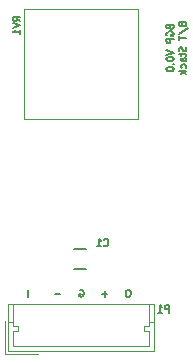
<source format=gbo>
%TF.GenerationSoftware,KiCad,Pcbnew,4.0.4-1.fc24-product*%
%TF.CreationDate,2018-01-16T15:59:38+11:00*%
%TF.ProjectId,BT_STACK,42545F535441434B2E6B696361645F70,rev?*%
%TF.FileFunction,Legend,Bot*%
%FSLAX46Y46*%
G04 Gerber Fmt 4.6, Leading zero omitted, Abs format (unit mm)*
G04 Created by KiCad (PCBNEW 4.0.4-1.fc24-product) date Tue Jan 16 15:59:38 2018*
%MOMM*%
%LPD*%
G01*
G04 APERTURE LIST*
%ADD10C,0.100000*%
%ADD11C,0.150000*%
%ADD12C,0.120000*%
G04 APERTURE END LIST*
D10*
D11*
X189057142Y-91671429D02*
X188942856Y-91671429D01*
X188885714Y-91700000D01*
X188828571Y-91757143D01*
X188799999Y-91871429D01*
X188799999Y-92071429D01*
X188828571Y-92185714D01*
X188885714Y-92242857D01*
X188942856Y-92271429D01*
X189057142Y-92271429D01*
X189114285Y-92242857D01*
X189171428Y-92185714D01*
X189199999Y-92071429D01*
X189199999Y-91871429D01*
X189171428Y-91757143D01*
X189114285Y-91700000D01*
X189057142Y-91671429D01*
X187228571Y-92042857D02*
X186771428Y-92042857D01*
X186999999Y-92271429D02*
X186999999Y-91814286D01*
X184892857Y-91700000D02*
X184950000Y-91671429D01*
X185035714Y-91671429D01*
X185121429Y-91700000D01*
X185178571Y-91757143D01*
X185207143Y-91814286D01*
X185235714Y-91928571D01*
X185235714Y-92014286D01*
X185207143Y-92128571D01*
X185178571Y-92185714D01*
X185121429Y-92242857D01*
X185035714Y-92271429D01*
X184978571Y-92271429D01*
X184892857Y-92242857D01*
X184864286Y-92214286D01*
X184864286Y-92014286D01*
X184978571Y-92014286D01*
X183228571Y-92042857D02*
X182771428Y-92042857D01*
X180500000Y-92271429D02*
X180500000Y-91671429D01*
X192532143Y-69442857D02*
X192560714Y-69528571D01*
X192589286Y-69557143D01*
X192646429Y-69585714D01*
X192732143Y-69585714D01*
X192789286Y-69557143D01*
X192817857Y-69528571D01*
X192846429Y-69471429D01*
X192846429Y-69242857D01*
X192246429Y-69242857D01*
X192246429Y-69442857D01*
X192275000Y-69500000D01*
X192303571Y-69528571D01*
X192360714Y-69557143D01*
X192417857Y-69557143D01*
X192475000Y-69528571D01*
X192503571Y-69500000D01*
X192532143Y-69442857D01*
X192532143Y-69242857D01*
X192275000Y-70157143D02*
X192246429Y-70100000D01*
X192246429Y-70014286D01*
X192275000Y-69928571D01*
X192332143Y-69871429D01*
X192389286Y-69842857D01*
X192503571Y-69814286D01*
X192589286Y-69814286D01*
X192703571Y-69842857D01*
X192760714Y-69871429D01*
X192817857Y-69928571D01*
X192846429Y-70014286D01*
X192846429Y-70071429D01*
X192817857Y-70157143D01*
X192789286Y-70185714D01*
X192589286Y-70185714D01*
X192589286Y-70071429D01*
X192846429Y-70442857D02*
X192246429Y-70442857D01*
X192246429Y-70671429D01*
X192275000Y-70728571D01*
X192303571Y-70757143D01*
X192360714Y-70785714D01*
X192446429Y-70785714D01*
X192503571Y-70757143D01*
X192532143Y-70728571D01*
X192560714Y-70671429D01*
X192560714Y-70442857D01*
X192246429Y-71414286D02*
X192846429Y-71614286D01*
X192246429Y-71814286D01*
X192246429Y-72128572D02*
X192246429Y-72185715D01*
X192275000Y-72242858D01*
X192303571Y-72271429D01*
X192360714Y-72300000D01*
X192475000Y-72328572D01*
X192617857Y-72328572D01*
X192732143Y-72300000D01*
X192789286Y-72271429D01*
X192817857Y-72242858D01*
X192846429Y-72185715D01*
X192846429Y-72128572D01*
X192817857Y-72071429D01*
X192789286Y-72042858D01*
X192732143Y-72014286D01*
X192617857Y-71985715D01*
X192475000Y-71985715D01*
X192360714Y-72014286D01*
X192303571Y-72042858D01*
X192275000Y-72071429D01*
X192246429Y-72128572D01*
X192789286Y-72585715D02*
X192817857Y-72614287D01*
X192846429Y-72585715D01*
X192817857Y-72557144D01*
X192789286Y-72585715D01*
X192846429Y-72585715D01*
X192246429Y-72985715D02*
X192246429Y-73042858D01*
X192275000Y-73100001D01*
X192303571Y-73128572D01*
X192360714Y-73157143D01*
X192475000Y-73185715D01*
X192617857Y-73185715D01*
X192732143Y-73157143D01*
X192789286Y-73128572D01*
X192817857Y-73100001D01*
X192846429Y-73042858D01*
X192846429Y-72985715D01*
X192817857Y-72928572D01*
X192789286Y-72900001D01*
X192732143Y-72871429D01*
X192617857Y-72842858D01*
X192475000Y-72842858D01*
X192360714Y-72871429D01*
X192303571Y-72900001D01*
X192275000Y-72928572D01*
X192246429Y-72985715D01*
X193582143Y-69242857D02*
X193610714Y-69328571D01*
X193639286Y-69357143D01*
X193696429Y-69385714D01*
X193782143Y-69385714D01*
X193839286Y-69357143D01*
X193867857Y-69328571D01*
X193896429Y-69271429D01*
X193896429Y-69042857D01*
X193296429Y-69042857D01*
X193296429Y-69242857D01*
X193325000Y-69300000D01*
X193353571Y-69328571D01*
X193410714Y-69357143D01*
X193467857Y-69357143D01*
X193525000Y-69328571D01*
X193553571Y-69300000D01*
X193582143Y-69242857D01*
X193582143Y-69042857D01*
X193267857Y-70071429D02*
X194039286Y-69557143D01*
X193296429Y-70185714D02*
X193296429Y-70528571D01*
X193896429Y-70357142D02*
X193296429Y-70357142D01*
X193867857Y-71157143D02*
X193896429Y-71242857D01*
X193896429Y-71385714D01*
X193867857Y-71442857D01*
X193839286Y-71471428D01*
X193782143Y-71500000D01*
X193725000Y-71500000D01*
X193667857Y-71471428D01*
X193639286Y-71442857D01*
X193610714Y-71385714D01*
X193582143Y-71271428D01*
X193553571Y-71214286D01*
X193525000Y-71185714D01*
X193467857Y-71157143D01*
X193410714Y-71157143D01*
X193353571Y-71185714D01*
X193325000Y-71214286D01*
X193296429Y-71271428D01*
X193296429Y-71414286D01*
X193325000Y-71500000D01*
X193496429Y-71671429D02*
X193496429Y-71900000D01*
X193296429Y-71757143D02*
X193810714Y-71757143D01*
X193867857Y-71785715D01*
X193896429Y-71842857D01*
X193896429Y-71900000D01*
X193896429Y-72357143D02*
X193582143Y-72357143D01*
X193525000Y-72328572D01*
X193496429Y-72271429D01*
X193496429Y-72157143D01*
X193525000Y-72100000D01*
X193867857Y-72357143D02*
X193896429Y-72300000D01*
X193896429Y-72157143D01*
X193867857Y-72100000D01*
X193810714Y-72071429D01*
X193753571Y-72071429D01*
X193696429Y-72100000D01*
X193667857Y-72157143D01*
X193667857Y-72300000D01*
X193639286Y-72357143D01*
X193867857Y-72900000D02*
X193896429Y-72842857D01*
X193896429Y-72728571D01*
X193867857Y-72671429D01*
X193839286Y-72642857D01*
X193782143Y-72614286D01*
X193610714Y-72614286D01*
X193553571Y-72642857D01*
X193525000Y-72671429D01*
X193496429Y-72728571D01*
X193496429Y-72842857D01*
X193525000Y-72900000D01*
X193896429Y-73157143D02*
X193296429Y-73157143D01*
X193667857Y-73214286D02*
X193896429Y-73385715D01*
X193496429Y-73385715D02*
X193725000Y-73157143D01*
D12*
X178850000Y-96850000D02*
X178850000Y-92900000D01*
X178850000Y-92900000D02*
X191150000Y-92900000D01*
X191150000Y-92900000D02*
X191150000Y-96850000D01*
X191150000Y-96850000D02*
X178850000Y-96850000D01*
X181350000Y-97100000D02*
X178600000Y-97100000D01*
X178600000Y-97100000D02*
X178600000Y-94350000D01*
X178850000Y-94400000D02*
X179250000Y-94400000D01*
X191150000Y-94400000D02*
X190750000Y-94400000D01*
X185000000Y-96450000D02*
X179250000Y-96450000D01*
X179250000Y-96450000D02*
X179250000Y-95200000D01*
X179250000Y-95200000D02*
X179650000Y-95200000D01*
X179650000Y-95200000D02*
X179650000Y-94800000D01*
X179650000Y-94800000D02*
X179250000Y-94800000D01*
X179250000Y-94800000D02*
X179250000Y-92900000D01*
X185000000Y-96450000D02*
X190750000Y-96450000D01*
X190750000Y-96450000D02*
X190750000Y-95200000D01*
X190750000Y-95200000D02*
X190350000Y-95200000D01*
X190350000Y-95200000D02*
X190350000Y-94800000D01*
X190350000Y-94800000D02*
X190750000Y-94800000D01*
X190750000Y-94800000D02*
X190750000Y-92900000D01*
X189810000Y-77200000D02*
X189810000Y-67940000D01*
X180190000Y-77200000D02*
X180190000Y-67940000D01*
X189810000Y-77200000D02*
X180190000Y-77200000D01*
X189810000Y-67940000D02*
X180190000Y-67940000D01*
D11*
X184450000Y-88250000D02*
X185450000Y-88250000D01*
X185450000Y-89950000D02*
X184450000Y-89950000D01*
X192442857Y-93621429D02*
X192442857Y-93021429D01*
X192214285Y-93021429D01*
X192157143Y-93050000D01*
X192128571Y-93078571D01*
X192100000Y-93135714D01*
X192100000Y-93221429D01*
X192128571Y-93278571D01*
X192157143Y-93307143D01*
X192214285Y-93335714D01*
X192442857Y-93335714D01*
X191528571Y-93621429D02*
X191871428Y-93621429D01*
X191700000Y-93621429D02*
X191700000Y-93021429D01*
X191757143Y-93107143D01*
X191814285Y-93164286D01*
X191871428Y-93192857D01*
X179871429Y-68942857D02*
X179585714Y-68742857D01*
X179871429Y-68600000D02*
X179271429Y-68600000D01*
X179271429Y-68828572D01*
X179300000Y-68885714D01*
X179328571Y-68914286D01*
X179385714Y-68942857D01*
X179471429Y-68942857D01*
X179528571Y-68914286D01*
X179557143Y-68885714D01*
X179585714Y-68828572D01*
X179585714Y-68600000D01*
X179271429Y-69114286D02*
X179871429Y-69314286D01*
X179271429Y-69514286D01*
X179871429Y-70028572D02*
X179871429Y-69685715D01*
X179871429Y-69857143D02*
X179271429Y-69857143D01*
X179357143Y-69800000D01*
X179414286Y-69742858D01*
X179442857Y-69685715D01*
X186950000Y-87939285D02*
X186978571Y-87967856D01*
X187064285Y-87996428D01*
X187121428Y-87996428D01*
X187207143Y-87967856D01*
X187264285Y-87910713D01*
X187292857Y-87853570D01*
X187321428Y-87739285D01*
X187321428Y-87653570D01*
X187292857Y-87539285D01*
X187264285Y-87482142D01*
X187207143Y-87424999D01*
X187121428Y-87396428D01*
X187064285Y-87396428D01*
X186978571Y-87424999D01*
X186950000Y-87453570D01*
X186378571Y-87996428D02*
X186721428Y-87996428D01*
X186550000Y-87996428D02*
X186550000Y-87396428D01*
X186607143Y-87482142D01*
X186664285Y-87539285D01*
X186721428Y-87567856D01*
M02*

</source>
